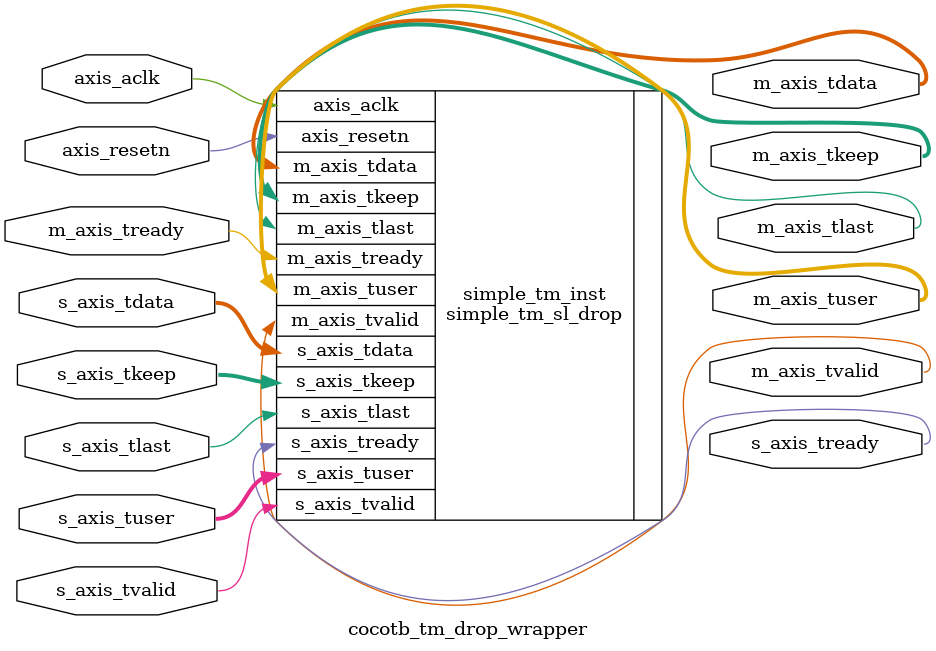
<source format=v>
/*******************************************************************************
 *  File:
 *        cocotb_tm_drop_wrapper.v
 *
 *  Library:
 *
 *  Module:
 *        cocotb_tm_drop_wrapper
 *
 *  Author:
 *        Stephen Ibanez
 * 		
 *  Description:
 *        This is the top-level module that ties together the skiplist(s) and packet
 *        storage.
 *
 */

module cocotb_tm_drop_wrapper
#(
    // Pkt AXI Stream Data Width
    parameter C_M_AXIS_DATA_WIDTH  = 256,
    parameter C_S_AXIS_DATA_WIDTH  = 256,
    parameter C_M_AXIS_TUSER_WIDTH = 128,
    parameter C_S_AXIS_TUSER_WIDTH = 128,

    // max num pkts the pifo can store
    parameter PIFO_DEPTH = 4096,
    parameter PIFO_REG_DEPTH = 32,
    parameter STORAGE_MAX_PKTS = 1024, //2048, //128,
    parameter NUM_SKIP_LISTS = 12,
    parameter NUM_QUEUES = 4
)
(
    // Global Ports
    input                                      axis_aclk,
    input                                      axis_resetn,

    // Master Pkt Stream Ports (outgoing pkts) 
    output     [C_M_AXIS_DATA_WIDTH - 1:0]         m_axis_tdata,
    output     [((C_M_AXIS_DATA_WIDTH / 8)) - 1:0] m_axis_tkeep,
    output     [C_M_AXIS_TUSER_WIDTH-1:0]          m_axis_tuser,
    output                                         m_axis_tvalid,
    input                                          m_axis_tready,
    output                                         m_axis_tlast,

    // Slave Pkt Stream Ports (incomming pkts)
    input [C_S_AXIS_DATA_WIDTH - 1:0]              s_axis_tdata,
    input [((C_S_AXIS_DATA_WIDTH / 8)) - 1:0]      s_axis_tkeep,
    input [C_S_AXIS_TUSER_WIDTH-1:0]               s_axis_tuser,
    input                                          s_axis_tvalid,
    output                                         s_axis_tready,
    input                                          s_axis_tlast

);

   simple_tm_sl_drop
   #(
       .PIFO_DEPTH       (PIFO_DEPTH),
       .PIFO_REG_DEPTH   (PIFO_REG_DEPTH),
       .STORAGE_MAX_PKTS (STORAGE_MAX_PKTS),
       .NUM_SKIP_LISTS   (NUM_SKIP_LISTS),
       .NUM_QUEUES       (NUM_QUEUES)
   )
   simple_tm_inst
   (
       // Global Ports
       .axis_aclk (axis_aclk),
       .axis_resetn (axis_resetn),
       // pkt_storage output pkts
       .m_axis_tdata  (m_axis_tdata),
       .m_axis_tkeep  (m_axis_tkeep),
       .m_axis_tuser  (m_axis_tuser),
       .m_axis_tvalid (m_axis_tvalid),
       .m_axis_tready (m_axis_tready),
       .m_axis_tlast  (m_axis_tlast),
       // pkt_storage input pkts
       .s_axis_tdata  (s_axis_tdata),
       .s_axis_tkeep  (s_axis_tkeep),
       .s_axis_tuser  (s_axis_tuser),
       .s_axis_tvalid (s_axis_tvalid),
       .s_axis_tready (s_axis_tready),
       .s_axis_tlast  (s_axis_tlast)
   );

endmodule // cocotb_tm_wrapper


</source>
